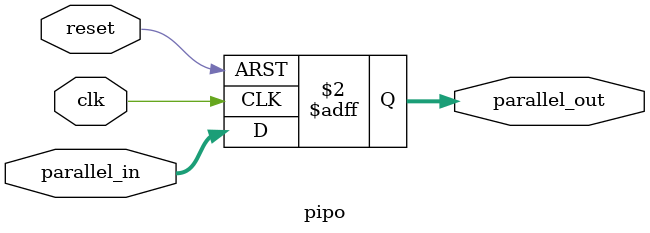
<source format=v>
module pipo #(parameter N = 4) (
    input  clk, reset,
    input  [N-1:0] parallel_in,
    output reg [N-1:0] parallel_out
);
    always @(posedge clk or posedge reset) begin
        if (reset)
            parallel_out <= 0;
        else
            parallel_out <= parallel_in;
    end
endmodule


</source>
